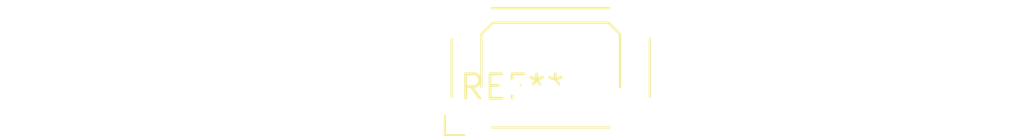
<source format=kicad_pcb>
(kicad_pcb (version 20240108) (generator pcbnew)
  (layers (0 "F.Cu" signal) (31 "B.Cu" signal) (34 "B.Paste" user) (35 "F.Paste" user) (36 "B.SilkS" user "B.Silkscreen") (37 "F.SilkS" user "F.Silkscreen") (38 "B.Mask" user) (39 "F.Mask" user) (44 "Edge.Cuts" user))
  (net 0 "")
  (footprint "Harwin_LTek-Male_2x03_P2.00mm_Vertical_StrainRelief" (layer "F.Cu") (at 0 0)
    (property "Reference" "REF**")
    (property "Value" "Harwin_LTek-Male_2x03_P2.00mm_Vertical_StrainRelief")
    (fp_line (start -3.5 1.5) (end -3.5 2.5) (layer "F.SilkS") (stroke (width 0.12)))
    (fp_line (start -3.5 2.5) (end -2.5 2.5) (layer "F.SilkS") (stroke (width 0.12)))
    (fp_line (start -3.15 -2.5) (end -3.15 0.5) (layer "F.SilkS") (stroke (width 0.12)))
    (fp_line (start -1.6 -2.75) (end -1 -3.35) (layer "F.SilkS") (stroke (width 0.12)))
    (fp_line (start -1.6 0) (end -1.6 -2.75) (layer "F.SilkS") (stroke (width 0.12)))
    (fp_line (start -1.05 -4.1) (end 5.05 -4.1) (layer "F.SilkS") (stroke (width 0.12)))
    (fp_line (start -1.05 2.1) (end 5.05 2.1) (layer "F.SilkS") (stroke (width 0.12)))
    (fp_line (start -1 -3.35) (end 2 -3.35) (layer "F.SilkS") (stroke (width 0.12)))
    (fp_line (start 5 -3.35) (end 2 -3.35) (layer "F.SilkS") (stroke (width 0.12)))
    (fp_line (start 5.6 -2.75) (end 5 -3.35) (layer "F.SilkS") (stroke (width 0.12)))
    (fp_line (start 5.6 0) (end 5.6 -2.75) (layer "F.SilkS") (stroke (width 0.12)))
    (fp_line (start 7.15 -2.5) (end 7.15 0.5) (layer "F.SilkS") (stroke (width 0.12)))
    (pad "" thru_hole circle (at -2.25 -3.375) (size 1.25 1.25) (drill 0.95) (layers *.Cu *.Mask) (remove_unused_layers))
    (pad "" thru_hole circle (at -2.25 1.375) (size 1.25 1.25) (drill 0.95) (layers *.Cu *.Mask) (remove_unused_layers))
    (pad "" thru_hole circle (at 6.25 -3.375) (size 1.25 1.25) (drill 0.95) (layers *.Cu *.Mask) (remove_unused_layers))
    (pad "" thru_hole circle (at 6.25 1.375) (size 1.25 1.25) (drill 0.95) (layers *.Cu *.Mask) (remove_unused_layers))
    (pad "1" thru_hole rect (at 0 0) (size 1.35 1.35) (drill 0.8) (layers *.Cu *.Mask) (remove_unused_layers))
    (pad "2" thru_hole circle (at 0 -2) (size 1.35 1.35) (drill 0.8) (layers *.Cu *.Mask) (remove_unused_layers))
    (pad "3" thru_hole circle (at 2 0) (size 1.35 1.35) (drill 0.8) (layers *.Cu *.Mask) (remove_unused_layers))
    (pad "4" thru_hole circle (at 2 -2) (size 1.35 1.35) (drill 0.8) (layers *.Cu *.Mask) (remove_unused_layers))
    (pad "5" thru_hole circle (at 4 0) (size 1.35 1.35) (drill 0.8) (layers *.Cu *.Mask) (remove_unused_layers))
    (pad "6" thru_hole circle (at 4 -2) (size 1.35 1.35) (drill 0.8) (layers *.Cu *.Mask) (remove_unused_layers))
  )
)
</source>
